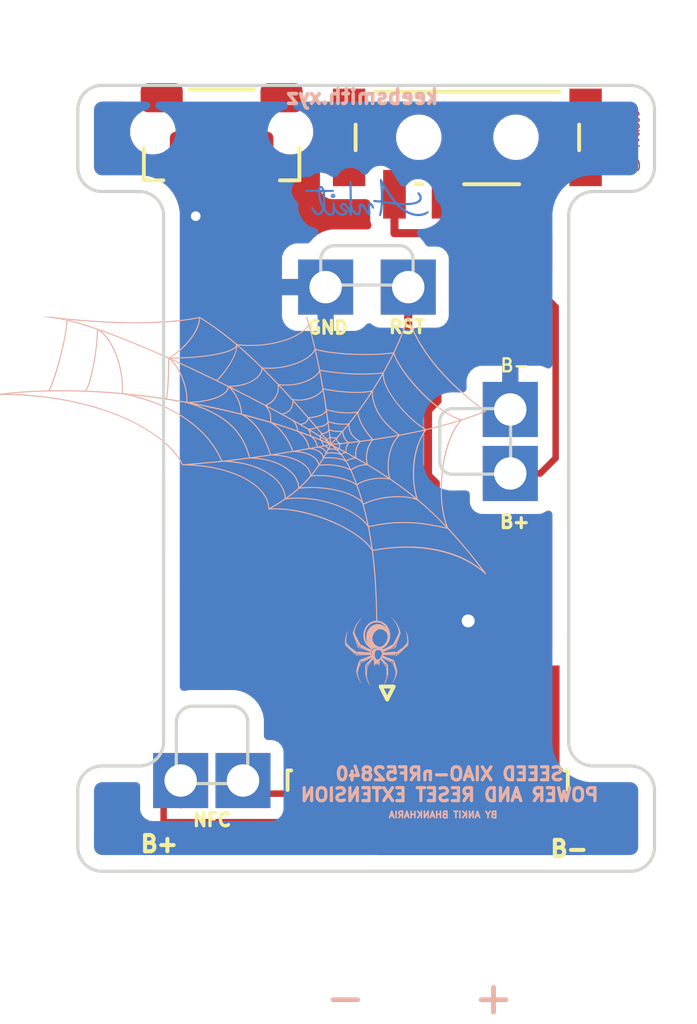
<source format=kicad_pcb>
(kicad_pcb (version 20221018) (generator pcbnew)
  (layers (0 "F.Cu" signal) (31 "B.Cu" signal) (34 "B.Paste" user) (35 "F.Paste" user) (36 "B.SilkS" user "B.Silkscreen") (37 "F.SilkS" user "F.Silkscreen") (38 "B.Mask" user) (39 "F.Mask" user) (44 "Edge.Cuts" user))
  (net 0 "")
  (net 1 "BAT_+")
  (net 2 "RST")
  (net 3 "GND")
  (net 5 "ENC_A")
  (net 6 "ENC_B")
  (net 7 "BAT_++")
  (footprint "Button_Switch_SMD:SW_SPDT_PCM12" (layer "F.Cu") (at 124.325 83.205 180)
    (fp_text reference "SW2" hide)
    (fp_text value "SW_SPDT" hide)
  )
  (footprint "Connector_PinHeader_2.54mm:PinHeader_1x01_P2.54mm_Vertical" (layer "F.Cu") (at 115.475 102.725)
    (fp_text reference "J9" hide)
    (fp_text value "Conn_01x01" hide)
  )
  (footprint "Button_Switch_SMD:SW_Push_1P1T-MP_NO_Horizontal_Alps_SKRTLAE010" (layer "F.Cu") (at 116.74 82.705 180)
    (fp_text reference "SW1" hide)
    (fp_text value "Switch" hide)
  )
  (footprint "GraphicsKicad:signature_small" (layer "F.Cu") (at 129.53 82.98 90)
    (fp_text reference "G***" hide)
    (fp_text value "LOGO" hide)
  )
  (footprint "Connector_PinHeader_2.54mm:PinHeader_1x01_P2.54mm_Vertical" (layer "F.Cu") (at 125.65 93.25)
    (fp_text reference "J1" hide)
    (fp_text value "Conn_01x01_Pin" hide)
  )
  (footprint "Connector_Wire:SolderWirePad_1x01_SMD_1x2mm" (layer "F.Cu") (at 113.48 103.9)
    (fp_text reference "J5" hide)
    (fp_text value "Conn_01x01_Pin" hide)
  )
  (footprint "Connector_Wire:SolderWirePad_1x01_SMD_1x2mm" (layer "F.Cu") (at 128.925 103.85)
    (fp_text reference "J6" hide)
    (fp_text value "Conn_01x01_Pin" hide)
  )
  (footprint "Connector_PinHeader_2.54mm:PinHeader_1x01_P2.54mm_Vertical" (layer "F.Cu") (at 122.5 87.5)
    (fp_text reference "J3" hide)
    (fp_text value "Conn_01x01_Pin" hide)
  )
  (footprint "Connector_PinHeader_2.54mm:PinHeader_1x01_P2.54mm_Vertical" (layer "F.Cu") (at 125.65 91.275)
    (fp_text reference "J4" hide)
    (fp_text value "Conn_01x01_Pin" hide)
  )
  (footprint "GraphicsKicad:snake" (layer "F.Cu") (at 120.020008 92.545445)
    (fp_text reference "G***" hide)
    (fp_text value "LOGO" hide)
  )
  (footprint "GraphicsKicad:signature_small" (layer "F.Cu") (at 129.53 82.98 90)
    (fp_text reference "G***" hide)
    (fp_text value "LOGO" hide)
  )
  (footprint "Connector_PinHeader_2.54mm:PinHeader_1x01_P2.54mm_Vertical" (layer "F.Cu") (at 119.95 87.5)
    (fp_text reference "J2" hide)
    (fp_text value "Conn_01x01_Pin" hide)
  )
  (footprint "Connector_PinHeader_2.54mm:PinHeader_1x01_P2.54mm_Vertical" (layer "F.Cu") (at 117.4 102.725)
    (fp_text reference "J8" hide)
    (fp_text value "Conn_01x01" hide)
  )
  (footprint "Connector_FFC-FPC:TE_0-1734839-6_1x06-1MP_P0.5mm_Horizontal" (layer "F.Cu") (at 123.1 100.375)
    (fp_text reference "J10" hide)
    (fp_text value "Conn_01x05")
  )
  (footprint "GraphicsKicad:snake" (layer "F.Cu") (at 120.020008 92.545445)
    (fp_text reference "G***" hide)
    (fp_text value "LOGO" hide)
  )
  (footprint "GraphicsKicad:signature" (layer "B.Cu") (at 121.32 85.07 180)
    (fp_text reference "G***" hide)
    (fp_text value "LOGO" hide)
  )
  (footprint "GraphicsKicad:spider" (layer "B.Cu") (at 117.399999 95.91708 180)
    (fp_text reference "G***" hide)
    (fp_text value "LOGO" hide)
  )
  (footprint "GraphicsKicad:signature" (layer "B.Cu") (at 121.32 85.07 180)
    (fp_text reference "G***" hide)
    (fp_text value "LOGO" hide)
  )
  (gr_arc (start 120.190001 87.435032) (mid 119.914227 87.320783) (end 119.8 87.045) (stroke (width 0.1)) (layer "Edge.Cuts"))
  (gr_line (start 115.842092 100.431592) (end 117.04625 100.431592) (stroke (width 0.1)) (layer "Edge.Cuts"))
  (gr_line (start 119.8 86.65) (end 119.8 87.045) (stroke (width 0.1)) (layer "Edge.Cuts"))
  (gr_arc (start 112.3 82.025) (mid 112.51967 81.49467) (end 113.05 81.275) (stroke (width 0.1)) (layer "Edge.Cuts"))
  (gr_arc (start 117.04625 100.431592) (mid 117.399774 100.578056) (end 117.54625 100.931592) (stroke (width 0.1)) (layer "Edge.Cuts"))
  (gr_arc (start 123.864406 93.27563) (mid 123.59 93.16) (end 123.47429 92.885627) (stroke (width 0.1)) (layer "Edge.Cuts"))
  (gr_line (start 115.34 102.82) (end 117.54625 102.82) (stroke (width 0.1)) (layer "Edge.Cuts"))
  (gr_line (start 127.450211 85.299995) (end 127.45 101.525) (stroke (width 0.1)) (layer "Edge.Cuts"))
  (gr_line (start 112.3 83.8) (end 112.3 82.025) (stroke (width 0.1)) (layer "Edge.Cuts"))
  (gr_arc (start 119.8 86.65) (mid 119.925944 86.345944) (end 120.23 86.22) (stroke (width 0.1)) (layer "Edge.Cuts"))
  (gr_arc (start 128.199999 102.275001) (mid 127.669669 102.05533) (end 127.45 101.525) (stroke (width 0.1)) (layer "Edge.Cuts"))
  (gr_arc (start 115.342092 100.931592) (mid 115.488539 100.578039) (end 115.842092 100.431592) (stroke (width 0.1)) (layer "Edge.Cuts"))
  (gr_line (start 117.54625 100.931592) (end 117.54625 102.46425) (stroke (width 0.1)) (layer "Edge.Cuts"))
  (gr_line (start 120.190001 87.435032) (end 122.260038 87.435288) (stroke (width 0.1)) (layer "Edge.Cuts"))
  (gr_line (start 113.05 84.55) (end 114.199143 84.549976) (stroke (width 0.1)) (layer "Edge.Cuts"))
  (gr_line (start 113.05 102.275) (end 114.200001 102.275001) (stroke (width 0.1)) (layer "Edge.Cuts"))
  (gr_line (start 122.65 86.65) (end 122.65 87.045) (stroke (width 0.1)) (layer "Edge.Cuts"))
  (gr_line (start 129.35 84.55) (end 128.2 84.55) (stroke (width 0.1)) (layer "Edge.Cuts"))
  (gr_line (start 123.864406 93.27563) (end 125.16 93.27) (stroke (width 0.1)) (layer "Edge.Cuts"))
  (gr_line (start 114.95 101.525) (end 114.949142 85.299977) (stroke (width 0.1)) (layer "Edge.Cuts"))
  (gr_line (start 129.35 102.275) (end 128.199999 102.275001) (stroke (width 0.1)) (layer "Edge.Cuts"))
  (gr_line (start 123.476662 91.613616) (end 123.47429 92.885627) (stroke (width 0.1)) (layer "Edge.Cuts"))
  (gr_arc (start 130.099999 104.741753) (mid 129.886727 105.305881) (end 129.324843 105.525) (stroke (width 0.1)) (layer "Edge.Cuts"))
  (gr_line (start 120.23 86.22) (end 122.22 86.22) (stroke (width 0.1)) (layer "Edge.Cuts"))
  (gr_arc (start 114.199143 84.549976) (mid 114.729473 84.769647) (end 114.949142 85.299977) (stroke (width 0.1)) (layer "Edge.Cuts"))
  (gr_line (start 130.1 82.025) (end 130.1 83.8) (stroke (width 0.1)) (layer "Edge.Cuts"))
  (gr_line (start 125.66 91.25) (end 125.15 91.25) (stroke (width 0.1)) (layer "Edge.Cuts"))
  (gr_arc (start 114.95 101.525) (mid 114.730331 102.05533) (end 114.200001 102.275001) (stroke (width 0.1)) (layer "Edge.Cuts"))
  (gr_arc (start 122.65 87.045) (mid 122.535803 87.32086) (end 122.260038 87.435288) (stroke (width 0.1)) (layer "Edge.Cuts"))
  (gr_arc (start 122.22 86.22) (mid 122.524056 86.345944) (end 122.65 86.65) (stroke (width 0.1)) (layer "Edge.Cuts"))
  (gr_arc (start 112.3 103.025) (mid 112.51967 102.49467) (end 113.05 102.275) (stroke (width 0.1)) (layer "Edge.Cuts"))
  (gr_arc (start 129.35 81.275) (mid 129.88033 81.49467) (end 130.1 82.025) (stroke (width 0.1)) (layer "Edge.Cuts"))
  (gr_line (start 117.54625 102.82) (end 117.54625 102.46425) (stroke (width 0.1)) (layer "Edge.Cuts"))
  (gr_line (start 113.05 81.275) (end 129.35 81.275) (stroke (width 0.1)) (layer "Edge.Cuts"))
  (gr_line (start 115.34 102.46425) (end 115.342092 100.931592) (stroke (width 0.1)) (layer "Edge.Cuts"))
  (gr_arc (start 129.35 102.275) (mid 129.88033 102.49467) (end 130.1 103.025) (stroke (width 0.1)) (layer "Edge.Cuts"))
  (gr_line (start 112.299534 104.774999) (end 112.3 103.025) (stroke (width 0.1)) (layer "Edge.Cuts"))
  (gr_arc (start 127.450211 85.299995) (mid 127.66961 84.769545) (end 128.2 84.55) (stroke (width 0.1)) (layer "Edge.Cuts"))
  (gr_arc (start 130.1 83.8) (mid 129.88033 84.33033) (end 129.35 84.55) (stroke (width 0.1)) (layer "Edge.Cuts"))
  (gr_arc (start 113.049533 105.525) (mid 112.519203 105.305329) (end 112.299534 104.774999) (stroke (width 0.1)) (layer "Edge.Cuts"))
  (gr_line (start 115.34 102.46425) (end 115.34 102.82) (stroke (width 0.1)) (layer "Edge.Cuts"))
  (gr_line (start 130.099999 104.741753) (end 130.1 103.025) (stroke (width 0.1)) (layer "Edge.Cuts"))
  (gr_line (start 125.66 91.25) (end 125.66 93.26) (stroke (width 0.1)) (layer "Edge.Cuts"))
  (gr_arc (start 123.476662 91.613616) (mid 123.618043 91.342083) (end 123.91 91.25) (stroke (width 0.1)) (layer "Edge.Cuts"))
  (gr_line (start 129.324843 105.525) (end 113.049533 105.525) (stroke (width 0.1)) (layer "Edge.Cuts"))
  (gr_line (start 123.91 91.25) (end 125.15 91.25) (stroke (width 0.1)) (layer "Edge.Cuts"))
  (gr_line (start 125.66 93.26) (end 125.16 93.27) (stroke (width 0.1)) (layer "Edge.Cuts"))
  (gr_arc (start 113.05 84.55) (mid 112.51967 84.33033) (end 112.3 83.8) (stroke (width 0.1)) (layer "Edge.Cuts"))
  (gr_text "+" (at 125.85 110) (layer "B.SilkS") (effects (font (size 1 1)) (justify left bottom mirror)))
  (gr_text "BY ANKIT BHANKHARIA" (at 125.28 103.9) (layer "B.SilkS") (effects (font (size 0.2 0.2) (thickness 0.05)) (justify left bottom mirror)))
  (gr_text "-" (at 121.275 110) (layer "B.SilkS") (effects (font (size 1 1)) (justify left bottom mirror)))
  (gr_text "keebsmith.xyz" (at 123.49 81.89) (layer "B.SilkS") (effects (font (size 0.45 0.45) (thickness 0.1125)) (justify left bottom mirror)))
  (gr_text "SEEED XIAO-nRF52840\nPOWER AND RESET EXTENSION" (at 123.775 103.4) (layer "B.SilkS") (effects (font (size 0.4 0.4) (thickness 0.1)) (justify bottom mirror)))
  (gr_text "B-" (at 126.825 105.125) (layer "F.SilkS") (effects (font (size 0.5 0.5) (thickness 0.125)) (justify left bottom)))
  (gr_text "B-" (at 125.3 90.15) (layer "F.SilkS") (effects (font (size 0.4 0.4) (thickness 0.075)) (justify left bottom)))
  (gr_text "RST" (at 121.85 88.96) (layer "F.SilkS") (effects (font (size 0.4 0.4) (thickness 0.1)) (justify left bottom)))
  (gr_text "B+" (at 125.275 94.975) (layer "F.SilkS") (effects (font (size 0.4 0.4) (thickness 0.1)) (justify left bottom)))
  (gr_text "B+" (at 114.175 104.975) (layer "F.SilkS") (effects (font (size 0.5 0.5) (thickness 0.125)) (justify left bottom)))
  (gr_text "GND" (at 119.34 88.98) (layer "F.SilkS") (effects (font (size 0.4 0.4) (thickness 0.1)) (justify left bottom)))
  (gr_text "NFC" (at 115.8 104.175) (layer "F.SilkS") (effects (font (size 0.4 0.4) (thickness 0.1)) (justify left bottom)))
  (segment (start 127.05 92.775) (end 127.05 88.11) (width 0.2) (layer "F.Cu") (net 1))
  (segment (start 126.575 93.25) (end 127.05 92.775) (width 0.2) (layer "F.Cu") (net 1))
  (segment (start 127.05 88.11) (end 123.575 84.635) (width 0.2) (layer "F.Cu") (net 1))
  (segment (start 125.65 93.25) (end 126.575 93.25) (width 0.2) (layer "F.Cu") (net 1))
  (segment (start 122 89.3) (end 122.5 88.8) (width 0.25) (layer "F.Cu") (net 2))
  (segment (start 118.18 98.1) (end 122.85 98.1) (width 0.25) (layer "F.Cu") (net 2))
  (segment (start 122.85 98.1) (end 122.85 99.025) (width 0.25) (layer "F.Cu") (net 2))
  (segment (start 116.74 88.19) (end 117.85 89.3) (width 0.25) (layer "F.Cu") (net 2))
  (segment (start 116.74 96.66) (end 118.18 98.1) (width 0.25) (layer "F.Cu") (net 2))
  (segment (start 117.85 89.3) (end 122 89.3) (width 0.25) (layer "F.Cu") (net 2))
  (segment (start 122.5 88.8) (end 122.5 87.5) (width 0.25) (layer "F.Cu") (net 2))
  (segment (start 116.74 88.19) (end 116.74 96.66) (width 0.25) (layer "F.Cu") (net 2))
  (segment (start 116.74 83.605) (end 116.74 88.19) (width 0.25) (layer "F.Cu") (net 2))
  (segment (start 122.5 87.5) (end 122.5 88.275) (width 0.25) (layer "B.Cu") (net 2))
  (segment (start 123.85 99.025) (end 124.35 99.025) (width 0.2) (layer "F.Cu") (net 3))
  (segment (start 124.35 99.025) (end 124.35 97.8) (width 0.2) (layer "F.Cu") (net 3))
  (segment (start 124.35 102.68) (end 125.53 103.86) (width 0.2) (layer "F.Cu") (net 3))
  (segment (start 117.95 83.5) (end 117.95 83.95) (width 0.25) (layer "F.Cu") (net 3))
  (segment (start 125.54 103.85) (end 128.925 103.85) (width 0.2) (layer "F.Cu") (net 3))
  (segment (start 125.53 103.86) (end 125.54 103.85) (width 0.2) (layer "F.Cu") (net 3))
  (segment (start 115.5 83.95) (end 115.5 83.4) (width 0.25) (layer "F.Cu") (net 3))
  (segment (start 124.35 99.025) (end 124.35 102.68) (width 0.2) (layer "F.Cu") (net 3))
  (via (at 115.94 85.31) (size 0.6) (drill 0.3) (layers "F.Cu" "B.Cu") (net 3))
  (via (at 124.35 97.8) (size 0.8) (drill 0.4) (layers "F.Cu" "B.Cu") (net 3))
  (segment (start 120.18 103.13) (end 120.18 100.725) (width 0.2) (layer "F.Cu") (net 5))
  (segment (start 117.805 103.13) (end 120.18 103.13) (width 0.2) (layer "F.Cu") (net 5))
  (segment (start 121.85 99.025) (end 121.85 99.055) (width 0.2) (layer "F.Cu") (net 5))
  (segment (start 117.4 102.725) (end 117.805 103.13) (width 0.2) (layer "F.Cu") (net 5))
  (segment (start 121.85 99.055) (end 120.18 100.725) (width 0.2) (layer "F.Cu") (net 5))
  (segment (start 115.475 102.725) (end 115.475 103.485) (width 0.2) (layer "F.Cu") (net 6))
  (segment (start 122.35 99.025) (end 122.35 102.585) (width 0.2) (layer "F.Cu") (net 6))
  (segment (start 114.95 103.25) (end 115.475 102.725) (width 0.2) (layer "F.Cu") (net 6))
  (segment (start 114.95 104.01) (end 114.95 103.25) (width 0.2) (layer "F.Cu") (net 6))
  (segment (start 114.95 104.01) (end 120.925 104.01) (width 0.2) (layer "F.Cu") (net 6))
  (segment (start 122.35 102.585) (end 120.925 104.01) (width 0.2) (layer "F.Cu") (net 6))
  (segment (start 122.075 85.835) (end 122.075 84.635) (width 0.25) (layer "F.Cu") (net 7))
  (segment (start 123.275 85.835) (end 122.075 85.835) (width 0.25) (layer "F.Cu") (net 7))
  (segment (start 124.02 88.57) (end 124.02 86.58) (width 0.25) (layer "F.Cu") (net 7))
  (segment (start 123.35 99.025) (end 123.35 93.55) (width 0.25) (layer "F.Cu") (net 7))
  (segment (start 113.48 103.9) (end 114.03 104.45) (width 0.2) (layer "F.Cu") (net 7))
  (segment (start 123.402893 89.187107) (end 124.02 88.57) (width 0.25) (layer "F.Cu") (net 7))
  (segment (start 123.35 102.225) (end 123.35 99.025) (width 0.2) (layer "F.Cu") (net 7))
  (segment (start 123.402893 91.007107) (end 123.402893 89.187107) (width 0.25) (layer "F.Cu") (net 7))
  (segment (start 114.03 104.45) (end 121.125 104.45) (width 0.2) (layer "F.Cu") (net 7))
  (segment (start 123.11 93.31) (end 123.11 91.3) (width 0.25) (layer "F.Cu") (net 7))
  (segment (start 124.02 86.58) (end 123.275 85.835) (width 0.25) (layer "F.Cu") (net 7))
  (segment (start 123.11 91.3) (end 123.402893 91.007107) (width 0.25) (layer "F.Cu") (net 7))
  (segment (start 123.35 102.225) (end 121.125 104.45) (width 0.2) (layer "F.Cu") (net 7))
  (segment (start 123.35 93.55) (end 123.11 93.31) (width 0.25) (layer "F.Cu") (net 7))
  (zone (net 3) (net_name "GND") (layers "F&B.Cu") (connect_pads (clearance 0.4)) (min_thickness 0.25) (fill yes (thermal_gap 0.5) (thermal_bridge_width 0.5))
    (polygon (pts (xy 110.35 78.64) (xy 131.29 78.64) (xy 131.42 107.11) (xy 110.94 107.18)))
  )
)
</source>
